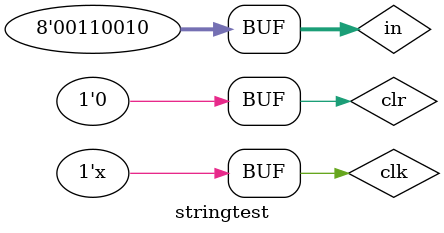
<source format=v>
`timescale 1ns / 1ps


module stringtest;

	// Inputs
	reg clk;
	reg clr;
	reg [7:0] in;

	// Outputs
	wire out;

	// Instantiate the Unit Under Test (UUT)
	string uut (
		.clk(clk), 
		.clr(clr), 
		.in(in), 
		.out(out)
	);

	initial begin
		// Initialize Inputs
		clk = 0;
		clr = 0;
      
		
		in = "1";
		#10;
		in = "+";
		#10;
		in = "2";
		#10;
		in = "*";
		#10;
		in = "2";
		#30;
		
		// Wait 100 ns for global reset to finish
		
        
		// Add stimulus here

	end
      
	always #5 clk = ~clk;
endmodule


</source>
